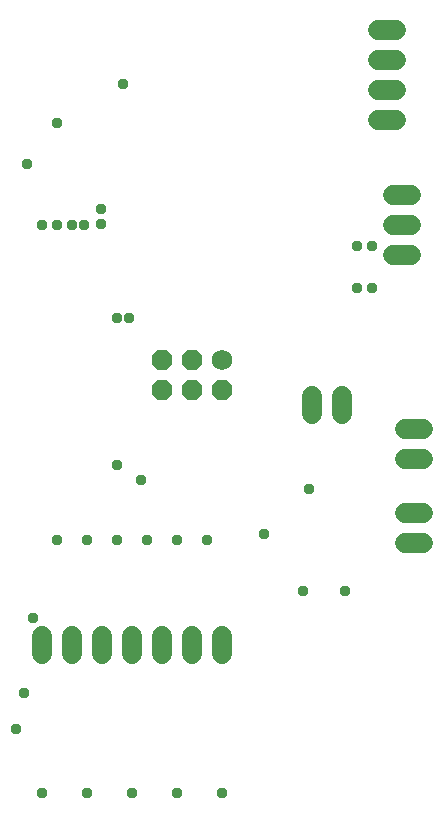
<source format=gbs>
G75*
%MOIN*%
%OFA0B0*%
%FSLAX25Y25*%
%IPPOS*%
%LPD*%
%AMOC8*
5,1,8,0,0,1.08239X$1,22.5*
%
%ADD10C,0.06800*%
%ADD11C,0.06800*%
%ADD12OC8,0.06800*%
%ADD13C,0.06737*%
%ADD14C,0.03778*%
D10*
X0029634Y0116933D02*
X0029634Y0122933D01*
X0039634Y0122933D02*
X0039634Y0116933D01*
X0049634Y0116933D02*
X0049634Y0122933D01*
X0059634Y0122933D02*
X0059634Y0116933D01*
X0069634Y0116933D02*
X0069634Y0122933D01*
X0079634Y0122933D02*
X0079634Y0116933D01*
X0089634Y0116933D02*
X0089634Y0122933D01*
X0146634Y0249933D02*
X0152634Y0249933D01*
X0152634Y0259933D02*
X0146634Y0259933D01*
X0146634Y0269933D02*
X0152634Y0269933D01*
X0147634Y0294933D02*
X0141634Y0294933D01*
X0141634Y0304933D02*
X0147634Y0304933D01*
X0147634Y0314933D02*
X0141634Y0314933D01*
X0141634Y0324933D02*
X0147634Y0324933D01*
D11*
X0089634Y0214933D03*
D12*
X0089634Y0204933D03*
X0079634Y0204933D03*
X0079634Y0214933D03*
X0069634Y0214933D03*
X0069634Y0204933D03*
D13*
X0119634Y0202902D02*
X0119634Y0196965D01*
X0129634Y0196965D02*
X0129634Y0202902D01*
X0150666Y0191933D02*
X0156603Y0191933D01*
X0156603Y0181933D02*
X0150666Y0181933D01*
X0150666Y0163933D02*
X0156603Y0163933D01*
X0156603Y0153933D02*
X0150666Y0153933D01*
D14*
X0029634Y0070602D03*
X0021023Y0091933D03*
X0023634Y0103933D03*
X0026634Y0128933D03*
X0034634Y0154933D03*
X0044634Y0154933D03*
X0054634Y0154933D03*
X0064634Y0154933D03*
X0074634Y0154933D03*
X0084634Y0154933D03*
X0103634Y0156933D03*
X0116634Y0137933D03*
X0130634Y0137933D03*
X0118634Y0171933D03*
X0134634Y0238933D03*
X0139634Y0238933D03*
X0139634Y0252933D03*
X0134634Y0252933D03*
X0062634Y0174933D03*
X0054634Y0179933D03*
X0054634Y0228933D03*
X0058634Y0228933D03*
X0049201Y0260248D03*
X0049201Y0265248D03*
X0043634Y0259933D03*
X0039634Y0259933D03*
X0034634Y0259933D03*
X0029634Y0259933D03*
X0024634Y0280012D03*
X0034634Y0293933D03*
X0056634Y0306933D03*
X0059634Y0070602D03*
X0074634Y0070602D03*
X0089634Y0070602D03*
X0044634Y0070544D03*
M02*

</source>
